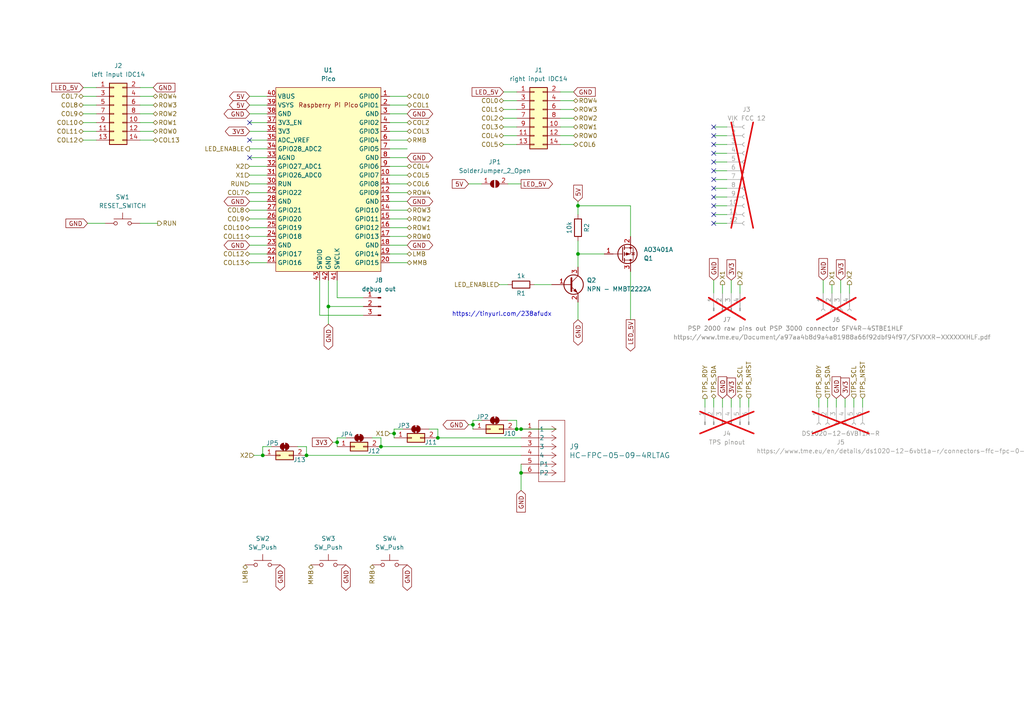
<source format=kicad_sch>
(kicad_sch (version 20231120) (generator "eeschema") (generator_version "8.0")
  (paper "A4")
  (lib_symbols
    (symbol "Connector:Conn_01x03_Pin" (pin_names (offset 1.016) hide)
      (property "Reference" "J" (at 0 5.08 0))
      (property "Value" "Conn_01x03_Pin" (at 0 -5.08 0))
      (symbol "Conn_01x03_Pin_1_1"
        (polyline (pts (xy 1.27 -2.54) (xy 0.8636 -2.54)) (stroke (width 0.1524)))
        (polyline (pts (xy 1.27 0) (xy 0.8636 0)) (stroke (width 0.1524)))
        (polyline (pts (xy 1.27 2.54) (xy 0.8636 2.54)) (stroke (width 0.1524)))
        (rectangle (start 0.8636 -2.413) (end 0 -2.667) (stroke (width 0.1524)) (fill (type outline)))
        (rectangle (start 0.8636 0.127) (end 0 -0.127) (stroke (width 0.1524)) (fill (type outline)))
        (rectangle (start 0.8636 2.667) (end 0 2.413) (stroke (width 0.1524)) (fill (type outline)))
        (pin passive line (at 5.08 2.54 180) (length 3.81) (name "Pin_1") (number "1"))
        (pin passive line (at 5.08 0 180) (length 3.81) (name "Pin_2") (number "2"))
        (pin passive line (at 5.08 -2.54 180) (length 3.81) (name "Pin_3") (number "3"))
      )
    )
    (symbol "Connector:Conn_01x04_Pin" (pin_names (offset 1.016) hide)
      (property "Reference" "J" (at 0 5.08 0))
      (property "Value" "Conn_01x04_Pin" (at 0 -7.62 0))
      (symbol "Conn_01x04_Pin_1_1"
        (polyline (pts (xy 1.27 -5.08) (xy 0.8636 -5.08)) (stroke (width 0.1524)))
        (polyline (pts (xy 1.27 -2.54) (xy 0.8636 -2.54)) (stroke (width 0.1524)))
        (polyline (pts (xy 1.27 0) (xy 0.8636 0)) (stroke (width 0.1524)))
        (polyline (pts (xy 1.27 2.54) (xy 0.8636 2.54)) (stroke (width 0.1524)))
        (rectangle (start 0.8636 -4.953) (end 0 -5.207) (stroke (width 0.1524)) (fill (type outline)))
        (rectangle (start 0.8636 -2.413) (end 0 -2.667) (stroke (width 0.1524)) (fill (type outline)))
        (rectangle (start 0.8636 0.127) (end 0 -0.127) (stroke (width 0.1524)) (fill (type outline)))
        (rectangle (start 0.8636 2.667) (end 0 2.413) (stroke (width 0.1524)) (fill (type outline)))
        (pin passive line (at 5.08 2.54 180) (length 3.81) (name "Pin_1") (number "1"))
        (pin passive line (at 5.08 0 180) (length 3.81) (name "Pin_2") (number "2"))
        (pin passive line (at 5.08 -2.54 180) (length 3.81) (name "Pin_3") (number "3"))
        (pin passive line (at 5.08 -5.08 180) (length 3.81) (name "Pin_4") (number "4"))
      )
    )
    (symbol "Connector:Conn_01x04_Socket" (pin_names (offset 1.016) hide)
      (property "Reference" "J" (at 0 5.08 0))
      (property "Value" "Conn_01x04_Socket" (at 0 -7.62 0))
      (symbol "Conn_01x04_Socket_1_1"
        (arc (start 0 -4.572) (mid -0.5058 -5.08) (end 0 -5.588) (stroke (width 0.1524)))
        (arc (start 0 -2.032) (mid -0.5058 -2.54) (end 0 -3.048) (stroke (width 0.1524)))
        (polyline (pts (xy -1.27 -5.08) (xy -0.508 -5.08)) (stroke (width 0.1524)))
        (polyline (pts (xy -1.27 -2.54) (xy -0.508 -2.54)) (stroke (width 0.1524)))
        (polyline (pts (xy -1.27 0) (xy -0.508 0)) (stroke (width 0.1524)))
        (polyline (pts (xy -1.27 2.54) (xy -0.508 2.54)) (stroke (width 0.1524)))
        (arc (start 0 0.508) (mid -0.5058 0) (end 0 -0.508) (stroke (width 0.1524)))
        (arc (start 0 3.048) (mid -0.5058 2.54) (end 0 2.032) (stroke (width 0.1524)))
        (pin passive line (at -5.08 2.54 0) (length 3.81) (name "Pin_1") (number "1"))
        (pin passive line (at -5.08 0 0) (length 3.81) (name "Pin_2") (number "2"))
        (pin passive line (at -5.08 -2.54 0) (length 3.81) (name "Pin_3") (number "3"))
        (pin passive line (at -5.08 -5.08 0) (length 3.81) (name "Pin_4") (number "4"))
      )
    )
    (symbol "Connector:Conn_01x06_Pin" (pin_names (offset 1.016) hide)
      (property "Reference" "J" (at 0 7.62 0))
      (property "Value" "Conn_01x06_Pin" (at 0 -10.16 0))
      (symbol "Conn_01x06_Pin_1_1"
        (polyline (pts (xy 1.27 -7.62) (xy 0.8636 -7.62)) (stroke (width 0.1524)))
        (polyline (pts (xy 1.27 -5.08) (xy 0.8636 -5.08)) (stroke (width 0.1524)))
        (polyline (pts (xy 1.27 -2.54) (xy 0.8636 -2.54)) (stroke (width 0.1524)))
        (polyline (pts (xy 1.27 0) (xy 0.8636 0)) (stroke (width 0.1524)))
        (polyline (pts (xy 1.27 2.54) (xy 0.8636 2.54)) (stroke (width 0.1524)))
        (polyline (pts (xy 1.27 5.08) (xy 0.8636 5.08)) (stroke (width 0.1524)))
        (rectangle (start 0.8636 -7.493) (end 0 -7.747) (stroke (width 0.1524)) (fill (type outline)))
        (rectangle (start 0.8636 -4.953) (end 0 -5.207) (stroke (width 0.1524)) (fill (type outline)))
        (rectangle (start 0.8636 -2.413) (end 0 -2.667) (stroke (width 0.1524)) (fill (type outline)))
        (rectangle (start 0.8636 0.127) (end 0 -0.127) (stroke (width 0.1524)) (fill (type outline)))
        (rectangle (start 0.8636 2.667) (end 0 2.413) (stroke (width 0.1524)) (fill (type outline)))
        (rectangle (start 0.8636 5.207) (end 0 4.953) (stroke (width 0.1524)) (fill (type outline)))
        (pin passive line (at 5.08 5.08 180) (length 3.81) (name "Pin_1") (number "1"))
        (pin passive line (at 5.08 2.54 180) (length 3.81) (name "Pin_2") (number "2"))
        (pin passive line (at 5.08 0 180) (length 3.81) (name "Pin_3") (number "3"))
        (pin passive line (at 5.08 -2.54 180) (length 3.81) (name "Pin_4") (number "4"))
        (pin passive line (at 5.08 -5.08 180) (length 3.81) (name "Pin_5") (number "5"))
        (pin passive line (at 5.08 -7.62 180) (length 3.81) (name "Pin_6") (number "6"))
      )
    )
    (symbol "Connector:Conn_01x06_Socket" (pin_names (offset 1.016) hide)
      (property "Reference" "J" (at 0 7.62 0))
      (property "Value" "Conn_01x06_Socket" (at 0 -10.16 0))
      (symbol "Conn_01x06_Socket_1_1"
        (arc (start 0 -7.112) (mid -0.5058 -7.62) (end 0 -8.128) (stroke (width 0.1524)))
        (arc (start 0 -4.572) (mid -0.5058 -5.08) (end 0 -5.588) (stroke (width 0.1524)))
        (arc (start 0 -2.032) (mid -0.5058 -2.54) (end 0 -3.048) (stroke (width 0.1524)))
        (polyline (pts (xy -1.27 -7.62) (xy -0.508 -7.62)) (stroke (width 0.1524)))
        (polyline (pts (xy -1.27 -5.08) (xy -0.508 -5.08)) (stroke (width 0.1524)))
        (polyline (pts (xy -1.27 -2.54) (xy -0.508 -2.54)) (stroke (width 0.1524)))
        (polyline (pts (xy -1.27 0) (xy -0.508 0)) (stroke (width 0.1524)))
        (polyline (pts (xy -1.27 2.54) (xy -0.508 2.54)) (stroke (width 0.1524)))
        (polyline (pts (xy -1.27 5.08) (xy -0.508 5.08)) (stroke (width 0.1524)))
        (arc (start 0 0.508) (mid -0.5058 0) (end 0 -0.508) (stroke (width 0.1524)))
        (arc (start 0 3.048) (mid -0.5058 2.54) (end 0 2.032) (stroke (width 0.1524)))
        (arc (start 0 5.588) (mid -0.5058 5.08) (end 0 4.572) (stroke (width 0.1524)))
        (pin passive line (at -5.08 5.08 0) (length 3.81) (name "Pin_1") (number "1"))
        (pin passive line (at -5.08 2.54 0) (length 3.81) (name "Pin_2") (number "2"))
        (pin passive line (at -5.08 0 0) (length 3.81) (name "Pin_3") (number "3"))
        (pin passive line (at -5.08 -2.54 0) (length 3.81) (name "Pin_4") (number "4"))
        (pin passive line (at -5.08 -5.08 0) (length 3.81) (name "Pin_5") (number "5"))
        (pin passive line (at -5.08 -7.62 0) (length 3.81) (name "Pin_6") (number "6"))
      )
    )
    (symbol "Connector:Conn_01x12_Socket" (pin_names (offset 1.016) hide)
      (property "Reference" "J" (at 0 15.24 0))
      (property "Value" "Conn_01x12_Socket" (at 0 -17.78 0))
      (symbol "Conn_01x12_Socket_1_1"
        (arc (start 0 -14.732) (mid -0.5058 -15.24) (end 0 -15.748) (stroke (width 0.1524)))
        (arc (start 0 -12.192) (mid -0.5058 -12.7) (end 0 -13.208) (stroke (width 0.1524)))
        (arc (start 0 -9.652) (mid -0.5058 -10.16) (end 0 -10.668) (stroke (width 0.1524)))
        (arc (start 0 -7.112) (mid -0.5058 -7.62) (end 0 -8.128) (stroke (width 0.1524)))
        (arc (start 0 -4.572) (mid -0.5058 -5.08) (end 0 -5.588) (stroke (width 0.1524)))
        (arc (start 0 -2.032) (mid -0.5058 -2.54) (end 0 -3.048) (stroke (width 0.1524)))
        (polyline (pts (xy -1.27 -15.24) (xy -0.508 -15.24)) (stroke (width 0.1524)))
        (polyline (pts (xy -1.27 -12.7) (xy -0.508 -12.7)) (stroke (width 0.1524)))
        (polyline (pts (xy -1.27 -10.16) (xy -0.508 -10.16)) (stroke (width 0.1524)))
        (polyline (pts (xy -1.27 -7.62) (xy -0.508 -7.62)) (stroke (width 0.1524)))
        (polyline (pts (xy -1.27 -5.08) (xy -0.508 -5.08)) (stroke (width 0.1524)))
        (polyline (pts (xy -1.27 -2.54) (xy -0.508 -2.54)) (stroke (width 0.1524)))
        (polyline (pts (xy -1.27 0) (xy -0.508 0)) (stroke (width 0.1524)))
        (polyline (pts (xy -1.27 2.54) (xy -0.508 2.54)) (stroke (width 0.1524)))
        (polyline (pts (xy -1.27 5.08) (xy -0.508 5.08)) (stroke (width 0.1524)))
        (polyline (pts (xy -1.27 7.62) (xy -0.508 7.62)) (stroke (width 0.1524)))
        (polyline (pts (xy -1.27 10.16) (xy -0.508 10.16)) (stroke (width 0.1524)))
        (polyline (pts (xy -1.27 12.7) (xy -0.508 12.7)) (stroke (width 0.1524)))
        (arc (start 0 0.508) (mid -0.5058 0) (end 0 -0.508) (stroke (width 0.1524)))
        (arc (start 0 3.048) (mid -0.5058 2.54) (end 0 2.032) (stroke (width 0.1524)))
        (arc (start 0 5.588) (mid -0.5058 5.08) (end 0 4.572) (stroke (width 0.1524)))
        (arc (start 0 8.128) (mid -0.5058 7.62) (end 0 7.112) (stroke (width 0.1524)))
        (arc (start 0 10.668) (mid -0.5058 10.16) (end 0 9.652) (stroke (width 0.1524)))
        (arc (start 0 13.208) (mid -0.5058 12.7) (end 0 12.192) (stroke (width 0.1524)))
        (pin passive line (at -5.08 12.7 0) (length 3.81) (name "Pin_1") (number "1"))
        (pin passive line (at -5.08 -10.16 0) (length 3.81) (name "Pin_10") (number "10"))
        (pin passive line (at -5.08 -12.7 0) (length 3.81) (name "Pin_11") (number "11"))
        (pin passive line (at -5.08 -15.24 0) (length 3.81) (name "Pin_12") (number "12"))
        (pin passive line (at -5.08 10.16 0) (length 3.81) (name "Pin_2") (number "2"))
        (pin passive line (at -5.08 7.62 0) (length 3.81) (name "Pin_3") (number "3"))
        (pin passive line (at -5.08 5.08 0) (length 3.81) (name "Pin_4") (number "4"))
        (pin passive line (at -5.08 2.54 0) (length 3.81) (name "Pin_5") (number "5"))
        (pin passive line (at -5.08 0 0) (length 3.81) (name "Pin_6") (number "6"))
        (pin passive line (at -5.08 -2.54 0) (length 3.81) (name "Pin_7") (number "7"))
        (pin passive line (at -5.08 -5.08 0) (length 3.81) (name "Pin_8") (number "8"))
        (pin passive line (at -5.08 -7.62 0) (length 3.81) (name "Pin_9") (number "9"))
      )
    )
    (symbol "Connector_Generic:Conn_02x01" (pin_names (offset 1.016) hide)
      (property "Reference" "J" (at 1.27 2.54 0))
      (property "Value" "Conn_02x01" (at 1.27 -2.54 0))
      (symbol "Conn_02x01_1_1"
        (rectangle (start -1.27 0.127) (end 0 -0.127) (stroke (width 0.1524)))
        (rectangle (start -1.27 1.27) (end 3.81 -1.27) (stroke (width 0.254)) (fill (type background)))
        (rectangle (start 3.81 0.127) (end 2.54 -0.127) (stroke (width 0.1524)))
        (pin passive line (at -5.08 0 0) (length 3.81) (name "Pin_1") (number "1"))
        (pin passive line (at 7.62 0 180) (length 3.81) (name "Pin_2") (number "2"))
      )
    )
    (symbol "Connector_Generic:Conn_02x07_Odd_Even" (pin_names (offset 1.016) hide)
      (property "Reference" "J" (at 1.27 10.16 0))
      (property "Value" "Conn_02x07_Odd_Even" (at 1.27 -10.16 0))
      (symbol "Conn_02x07_Odd_Even_1_1"
        (rectangle (start -1.27 -7.493) (end 0 -7.747) (stroke (width 0.1524)))
        (rectangle (start -1.27 -4.953) (end 0 -5.207) (stroke (width 0.1524)))
        (rectangle (start -1.27 -2.413) (end 0 -2.667) (stroke (width 0.1524)))
        (rectangle (start -1.27 0.127) (end 0 -0.127) (stroke (width 0.1524)))
        (rectangle (start -1.27 2.667) (end 0 2.413) (stroke (width 0.1524)))
        (rectangle (start -1.27 5.207) (end 0 4.953) (stroke (width 0.1524)))
        (rectangle (start -1.27 7.747) (end 0 7.493) (stroke (width 0.1524)))
        (rectangle (start -1.27 8.89) (end 3.81 -8.89) (stroke (width 0.254)) (fill (type background)))
        (rectangle (start 3.81 -7.493) (end 2.54 -7.747) (stroke (width 0.1524)))
        (rectangle (start 3.81 -4.953) (end 2.54 -5.207) (stroke (width 0.1524)))
        (rectangle (start 3.81 -2.413) (end 2.54 -2.667) (stroke (width 0.1524)))
        (rectangle (start 3.81 0.127) (end 2.54 -0.127) (stroke (width 0.1524)))
        (rectangle (start 3.81 2.667) (end 2.54 2.413) (stroke (width 0.1524)))
        (rectangle (start 3.81 5.207) (end 2.54 4.953) (stroke (width 0.1524)))
        (rectangle (start 3.81 7.747) (end 2.54 7.493) (stroke (width 0.1524)))
        (pin passive line (at -5.08 7.62 0) (length 3.81) (name "Pin_1") (number "1"))
        (pin passive line (at 7.62 -2.54 180) (length 3.81) (name "Pin_10") (number "10"))
        (pin passive line (at -5.08 -5.08 0) (length 3.81) (name "Pin_11") (number "11"))
        (pin passive line (at 7.62 -5.08 180) (length 3.81) (name "Pin_12") (number "12"))
        (pin passive line (at -5.08 -7.62 0) (length 3.81) (name "Pin_13") (number "13"))
        (pin passive line (at 7.62 -7.62 180) (length 3.81) (name "Pin_14") (number "14"))
        (pin passive line (at 7.62 7.62 180) (length 3.81) (name "Pin_2") (number "2"))
        (pin passive line (at -5.08 5.08 0) (length 3.81) (name "Pin_3") (number "3"))
        (pin passive line (at 7.62 5.08 180) (length 3.81) (name "Pin_4") (number "4"))
        (pin passive line (at -5.08 2.54 0) (length 3.81) (name "Pin_5") (number "5"))
        (pin passive line (at 7.62 2.54 180) (length 3.81) (name "Pin_6") (number "6"))
        (pin passive line (at -5.08 0 0) (length 3.81) (name "Pin_7") (number "7"))
        (pin passive line (at 7.62 0 180) (length 3.81) (name "Pin_8") (number "8"))
        (pin passive line (at -5.08 -2.54 0) (length 3.81) (name "Pin_9") (number "9"))
      )
    )
    (symbol "Device:Q_NPN_BEC" (pin_names (offset 0) hide)
      (property "Reference" "Q" (at 5.08 1.27 0))
      (property "Value" "Q_NPN_BEC" (at 5.08 -1.27 0))
      (symbol "Q_NPN_BEC_0_1"
        (polyline (pts (xy 0.635 0.635) (xy 2.54 2.54)))
        (polyline (pts (xy 0.635 -0.635) (xy 2.54 -2.54) (xy 2.54 -2.54)))
        (polyline (pts (xy 0.635 1.905) (xy 0.635 -1.905) (xy 0.635 -1.905)) (stroke (width 0.508)))
        (polyline (pts (xy 1.27 -1.778) (xy 1.778 -1.27) (xy 2.286 -2.286) (xy 1.27 -1.778) (xy 1.27 -1.778)) (fill (type outline)))
        (circle (center 1.27 0) (radius 2.8194) (stroke (width 0.254)))
      )
      (symbol "Q_NPN_BEC_1_1"
        (pin input line (at -5.08 0 0) (length 5.715) (name "B") (number "1"))
        (pin passive line (at 2.54 -5.08 90) (length 2.54) (name "E") (number "2"))
        (pin passive line (at 2.54 5.08 270) (length 2.54) (name "C") (number "3"))
      )
    )
    (symbol "Device:R" (pin_numbers hide) (pin_names (offset 0))
      (property "Reference" "R" (at 2.032 0 90))
      (property "Value" "R" (at 0 0 90))
      (symbol "R_0_1"
        (rectangle (start -1.016 -2.54) (end 1.016 2.54) (stroke (width 0.254)))
      )
      (symbol "R_1_1"
        (pin passive line (at 0 3.81 270) (length 1.27) (name "~") (number "1"))
        (pin passive line (at 0 -3.81 90) (length 1.27) (name "~") (number "2"))
      )
    )
    (symbol "Jumper:SolderJumper_2_Bridged" (pin_numbers hide) (pin_names (offset 0) hide) (exclude_from_sim yes) (in_bom no)
      (property "Reference" "JP" (at 0 2.032 0))
      (property "Value" "SolderJumper_2_Bridged" (at 0 -2.54 0))
      (symbol "SolderJumper_2_Bridged_0_1"
        (rectangle (start -0.508 0.508) (end 0.508 -0.508) (fill (type outline)))
        (arc (start -0.254 1.016) (mid -1.2656 0) (end -0.254 -1.016))
        (arc (start -0.254 1.016) (mid -1.2656 0) (end -0.254 -1.016) (fill (type outline)))
        (polyline (pts (xy -0.254 1.016) (xy -0.254 -1.016)))
        (polyline (pts (xy 0.254 1.016) (xy 0.254 -1.016)))
        (arc (start 0.254 -1.016) (mid 1.2656 0) (end 0.254 1.016))
        (arc (start 0.254 -1.016) (mid 1.2656 0) (end 0.254 1.016) (fill (type outline)))
      )
      (symbol "SolderJumper_2_Bridged_1_1"
        (pin passive line (at -3.81 0 0) (length 2.54) (name "A") (number "1"))
        (pin passive line (at 3.81 0 180) (length 2.54) (name "B") (number "2"))
      )
    )
    (symbol "Jumper:SolderJumper_2_Open" (pin_names (offset 0) hide)
      (property "Reference" "JP" (at 0 2.032 0))
      (property "Value" "SolderJumper_2_Open" (at 0 -2.54 0))
      (symbol "SolderJumper_2_Open_0_1"
        (arc (start -0.254 1.016) (mid -1.2656 0) (end -0.254 -1.016))
        (arc (start -0.254 1.016) (mid -1.2656 0) (end -0.254 -1.016) (fill (type outline)))
        (polyline (pts (xy -0.254 1.016) (xy -0.254 -1.016)))
        (polyline (pts (xy 0.254 1.016) (xy 0.254 -1.016)))
        (arc (start 0.254 -1.016) (mid 1.2656 0) (end 0.254 1.016))
        (arc (start 0.254 -1.016) (mid 1.2656 0) (end 0.254 1.016) (fill (type outline)))
      )
      (symbol "SolderJumper_2_Open_1_1"
        (pin passive line (at -3.81 0 0) (length 2.54) (name "A") (number "1"))
        (pin passive line (at 3.81 0 180) (length 2.54) (name "B") (number "2"))
      )
    )
    (symbol "MCU_RaspberryPi_and_Boards:Pico"
      (property "Reference" "U" (at -13.97 27.94 0))
      (property "Value" "Pico" (at 0 19.05 0))
      (symbol "Pico_0_0"
        (text "Raspberry Pi Pico" (at 0 21.59 0) (effects (font (size 1.27 1.27))))
      )
      (symbol "Pico_0_1"
        (rectangle (start -15.24 26.67) (end 15.24 -26.67) (fill (type background)))
      )
      (symbol "Pico_1_1"
        (pin bidirectional line (at -17.78 24.13 0) (length 2.54) (name "GPIO0") (number "1"))
        (pin bidirectional line (at -17.78 1.27 0) (length 2.54) (name "GPIO7") (number "10"))
        (pin bidirectional line (at -17.78 -1.27 0) (length 2.54) (name "GPIO8") (number "11"))
        (pin bidirectional line (at -17.78 -3.81 0) (length 2.54) (name "GPIO9") (number "12"))
        (pin power_in line (at -17.78 -6.35 0) (length 2.54) (name "GND") (number "13"))
        (pin bidirectional line (at -17.78 -8.89 0) (length 2.54) (name "GPIO10") (number "14"))
        (pin bidirectional line (at -17.78 -11.43 0) (length 2.54) (name "GPIO11") (number "15"))
        (pin bidirectional line (at -17.78 -13.97 0) (length 2.54) (name "GPIO12") (number "16"))
        (pin bidirectional line (at -17.78 -16.51 0) (length 2.54) (name "GPIO13") (number "17"))
        (pin power_in line (at -17.78 -19.05 0) (length 2.54) (name "GND") (number "18"))
        (pin bidirectional line (at -17.78 -21.59 0) (length 2.54) (name "GPIO14") (number "19"))
        (pin bidirectional line (at -17.78 21.59 0) (length 2.54) (name "GPIO1") (number "2"))
        (pin bidirectional line (at -17.78 -24.13 0) (length 2.54) (name "GPIO15") (number "20"))
        (pin bidirectional line (at 17.78 -24.13 180) (length 2.54) (name "GPIO16") (number "21"))
        (pin bidirectional line (at 17.78 -21.59 180) (length 2.54) (name "GPIO17") (number "22"))
        (pin power_in line (at 17.78 -19.05 180) (length 2.54) (name "GND") (number "23"))
        (pin bidirectional line (at 17.78 -16.51 180) (length 2.54) (name "GPIO18") (number "24"))
        (pin bidirectional line (at 17.78 -13.97 180) (length 2.54) (name "GPIO19") (number "25"))
        (pin bidirectional line (at 17.78 -11.43 180) (length 2.54) (name "GPIO20") (number "26"))
        (pin bidirectional line (at 17.78 -8.89 180) (length 2.54) (name "GPIO21") (number "27"))
        (pin power_in line (at 17.78 -6.35 180) (length 2.54) (name "GND") (number "28"))
        (pin bidirectional line (at 17.78 -3.81 180) (length 2.54) (name "GPIO22") (number "29"))
        (pin power_in line (at -17.78 19.05 0) (length 2.54) (name "GND") (number "3"))
        (pin input line (at 17.78 -1.27 180) (length 2.54) (name "RUN") (number "30"))
        (pin bidirectional line (at 17.78 1.27 180) (length 2.54) (name "GPIO26_ADC0") (number "31"))
        (pin bidirectional line (at 17.78 3.81 180) (length 2.54) (name "GPIO27_ADC1") (number "32"))
        (pin power_in line (at 17.78 6.35 180) (length 2.54) (name "AGND") (number "33"))
        (pin bidirectional line (at 17.78 8.89 180) (length 2.54) (name "GPIO28_ADC2") (number "34"))
        (pin power_in line (at 17.78 11.43 180) (length 2.54) (name "ADC_VREF") (number "35"))
        (pin power_in line (at 17.78 13.97 180) (length 2.54) (name "3V3") (number "36"))
        (pin input line (at 17.78 16.51 180) (length 2.54) (name "3V3_EN") (number "37"))
        (pin bidirectional line (at 17.78 19.05 180) (length 2.54) (name "GND") (number "38"))
        (pin power_in line (at 17.78 21.59 180) (length 2.54) (name "VSYS") (number "39"))
        (pin bidirectional line (at -17.78 16.51 0) (length 2.54) (name "GPIO2") (number "4"))
        (pin power_in line (at 17.78 24.13 180) (length 2.54) (name "VBUS") (number "40"))
        (pin input line (at -2.54 -29.21 90) (length 2.54) (name "SWCLK") (number "41"))
        (pin power_in line (at 0 -29.21 90) (length 2.54) (name "GND") (number "42"))
        (pin bidirectional line (at 2.54 -29.21 90) (length 2.54) (name "SWDIO") (number "43"))
        (pin bidirectional line (at -17.78 13.97 0) (length 2.54) (name "GPIO3") (number "5"))
        (pin bidirectional line (at -17.78 11.43 0) (length 2.54) (name "GPIO4") (number "6"))
        (pin bidirectional line (at -17.78 8.89 0) (length 2.54) (name "GPIO5") (number "7"))
        (pin power_in line (at -17.78 6.35 0) (length 2.54) (name "GND") (number "8"))
        (pin bidirectional line (at -17.78 3.81 0) (length 2.54) (name "GPIO6") (number "9"))
      )
    )
    (symbol "Switch:SW_Push" (pin_numbers hide) (pin_names (offset 1.016) hide)
      (property "Reference" "SW" (at 1.27 2.54 0))
      (property "Value" "SW_Push" (at 0 -1.524 0))
      (symbol "SW_Push_0_1"
        (circle (center -2.032 0) (radius 0.508))
        (polyline (pts (xy 0 1.27) (xy 0 3.048)))
        (polyline (pts (xy 2.54 1.27) (xy -2.54 1.27)))
        (circle (center 2.032 0) (radius 0.508))
        (pin passive line (at -5.08 0 0) (length 2.54) (name "1") (number "1"))
        (pin passive line (at 5.08 0 180) (length 2.54) (name "2") (number "2"))
      )
    )
    (symbol "Transistor_FET:AO3401A" (pin_names hide)
      (property "Reference" "Q" (at 5.08 1.905 0))
      (property "Value" "AO3401A" (at 5.08 0 0))
      (symbol "AO3401A_0_1"
        (polyline (pts (xy 0.254 0) (xy -2.54 0)))
        (polyline (pts (xy 0.254 1.905) (xy 0.254 -1.905)) (stroke (width 0.254)))
        (polyline (pts (xy 0.762 -1.27) (xy 0.762 -2.286)) (stroke (width 0.254)))
        (polyline (pts (xy 0.762 0.508) (xy 0.762 -0.508)) (stroke (width 0.254)))
        (polyline (pts (xy 0.762 2.286) (xy 0.762 1.27)) (stroke (width 0.254)))
        (polyline (pts (xy 2.54 2.54) (xy 2.54 1.778)))
        (polyline (pts (xy 2.54 -2.54) (xy 2.54 0) (xy 0.762 0)))
        (polyline (pts (xy 0.762 1.778) (xy 3.302 1.778) (xy 3.302 -1.778) (xy 0.762 -1.778)))
        (polyline (pts (xy 2.286 0) (xy 1.27 0.381) (xy 1.27 -0.381) (xy 2.286 0)) (fill (type outline)))
        (polyline (pts (xy 2.794 -0.508) (xy 2.921 -0.381) (xy 3.683 -0.381) (xy 3.81 -0.254)))
        (polyline (pts (xy 3.302 -0.381) (xy 2.921 0.254) (xy 3.683 0.254) (xy 3.302 -0.381)))
        (circle (center 1.651 0) (radius 2.794) (stroke (width 0.254)))
        (circle (center 2.54 -1.778) (radius 0.254) (fill (type outline)))
        (circle (center 2.54 1.778) (radius 0.254) (fill (type outline)))
      )
      (symbol "AO3401A_1_1"
        (pin input line (at -5.08 0 0) (length 2.54) (name "G") (number "1"))
        (pin passive line (at 2.54 -5.08 90) (length 2.54) (name "S") (number "2"))
        (pin passive line (at 2.54 5.08 270) (length 2.54) (name "D") (number "3"))
      )
    )
    (symbol "revolt_symbols:522710469" (pin_names (offset 0.254))
      (property "Reference" "J" (at 8.89 6.35 0))
      (property "Value" "522710469" (at -0.254 6.35 0))
      (symbol "522710469_1_1"
        (polyline (pts (xy 5.08 -15.24) (xy 12.7 -15.24)) (stroke (width 0.127)))
        (polyline (pts (xy 5.08 2.54) (xy 5.08 -15.24)) (stroke (width 0.127)))
        (polyline (pts (xy 10.16 -12.7) (xy 5.08 -12.7)) (stroke (width 0.127)))
        (polyline (pts (xy 10.16 -12.7) (xy 8.89 -13.5467)) (stroke (width 0.127)))
        (polyline (pts (xy 10.16 -12.7) (xy 8.89 -11.8533)) (stroke (width 0.127)))
        (polyline (pts (xy 10.16 -10.16) (xy 5.08 -10.16)) (stroke (width 0.127)))
        (polyline (pts (xy 10.16 -10.16) (xy 8.89 -11.0067)) (stroke (width 0.127)))
        (polyline (pts (xy 10.16 -10.16) (xy 8.89 -9.3133)) (stroke (width 0.127)))
        (polyline (pts (xy 10.16 -7.62) (xy 5.08 -7.62)) (stroke (width 0.127)))
        (polyline (pts (xy 10.16 -7.62) (xy 8.89 -8.4667)) (stroke (width 0.127)))
        (polyline (pts (xy 10.16 -7.62) (xy 8.89 -6.7733)) (stroke (width 0.127)))
        (polyline (pts (xy 10.16 -5.08) (xy 5.08 -5.08)) (stroke (width 0.127)))
        (polyline (pts (xy 10.16 -5.08) (xy 8.89 -5.9267)) (stroke (width 0.127)))
        (polyline (pts (xy 10.16 -5.08) (xy 8.89 -4.2333)) (stroke (width 0.127)))
        (polyline (pts (xy 10.16 -2.54) (xy 5.08 -2.54)) (stroke (width 0.127)))
        (polyline (pts (xy 10.16 -2.54) (xy 8.89 -3.3867)) (stroke (width 0.127)))
        (polyline (pts (xy 10.16 -2.54) (xy 8.89 -1.6933)) (stroke (width 0.127)))
        (polyline (pts (xy 10.16 0) (xy 5.08 0)) (stroke (width 0.127)))
        (polyline (pts (xy 10.16 0) (xy 8.89 -0.8467)) (stroke (width 0.127)))
        (polyline (pts (xy 10.16 0) (xy 8.89 0.8467)) (stroke (width 0.127)))
        (polyline (pts (xy 12.7 -15.24) (xy 12.7 2.54)) (stroke (width 0.127)))
        (polyline (pts (xy 12.7 2.54) (xy 5.08 2.54)) (stroke (width 0.127)))
        (pin unspecified line (at 0 0 0) (length 5.08) (name "1") (number "1"))
        (pin unspecified line (at 0 -2.54 0) (length 5.08) (name "2") (number "2"))
        (pin unspecified line (at 0 -5.08 0) (length 5.08) (name "3") (number "3"))
        (pin unspecified line (at 0 -7.62 0) (length 5.08) (name "4") (number "4"))
        (pin unspecified line (at 0 -10.16 0) (length 5.08) (name "P1") (number "5"))
        (pin unspecified line (at 0 -12.7 0) (length 5.08) (name "P2") (number "6"))
      )
      (symbol "522710469_1_2"
        (polyline (pts (xy 5.08 -15.24) (xy 12.7 -15.24)) (stroke (width 0.127)))
        (polyline (pts (xy 5.08 2.54) (xy 5.08 -15.24)) (stroke (width 0.127)))
        (polyline (pts (xy 7.62 -12.7) (xy 5.08 -12.7)) (stroke (width 0.127)))
        (polyline (pts (xy 7.62 -12.7) (xy 8.89 -13.5467)) (stroke (width 0.127)))
        (polyline (pts (xy 7.62 -12.7) (xy 8.89 -11.8533)) (stroke (width 0.127)))
        (polyline (pts (xy 7.62 -10.16) (xy 5.08 -10.16)) (stroke (width 0.127)))
        (polyline (pts (xy 7.62 -10.16) (xy 8.89 -11.0067)) (stroke (width 0.127)))
        (polyline (pts (xy 7.62 -10.16) (xy 8.89 -9.3133)) (stroke (width 0.127)))
        (polyline (pts (xy 7.62 -7.62) (xy 5.08 -7.62)) (stroke (width 0.127)))
        (polyline (pts (xy 7.62 -7.62) (xy 8.89 -8.4667)) (stroke (width 0.127)))
        (polyline (pts (xy 7.62 -7.62) (xy 8.89 -6.7733)) (stroke (width 0.127)))
        (polyline (pts (xy 7.62 -5.08) (xy 5.08 -5.08)) (stroke (width 0.127)))
        (polyline (pts (xy 7.62 -5.08) (xy 8.89 -5.9267)) (stroke (width 0.127)))
        (polyline (pts (xy 7.62 -5.08) (xy 8.89 -4.2333)) (stroke (width 0.127)))
        (polyline (pts (xy 7.62 -2.54) (xy 5.08 -2.54)) (stroke (width 0.127)))
        (polyline (pts (xy 7.62 -2.54) (xy 8.89 -3.3867)) (stroke (width 0.127)))
        (polyline (pts (xy 7.62 -2.54) (xy 8.89 -1.6933)) (stroke (width 0.127)))
        (polyline (pts (xy 7.62 0) (xy 5.08 0)) (stroke (width 0.127)))
        (polyline (pts (xy 7.62 0) (xy 8.89 -0.8467)) (stroke (width 0.127)))
        (polyline (pts (xy 7.62 0) (xy 8.89 0.8467)) (stroke (width 0.127)))
        (polyline (pts (xy 12.7 -15.24) (xy 12.7 2.54)) (stroke (width 0.127)))
        (polyline (pts (xy 12.7 2.54) (xy 5.08 2.54)) (stroke (width 0.127)))
        (pin unspecified line (at 0 0 0) (length 5.08) (name "1") (number "1"))
        (pin unspecified line (at 0 -2.54 0) (length 5.08) (name "2") (number "2"))
        (pin unspecified line (at 0 -5.08 0) (length 5.08) (name "3") (number "3"))
        (pin unspecified line (at 0 -7.62 0) (length 5.08) (name "4") (number "4"))
        (pin unspecified line (at 0 -10.16 0) (length 5.08) (name "P1") (number "P1"))
        (pin unspecified line (at 0 -12.7 0) (length 5.08) (name "P2") (number "P2"))
      )
    )
  )
  (junction (at 149.86 124.46))
  (junction (at 76.2 132.08))
  (junction (at 167.64 73.66))
  (junction (at 137.16 123.19))
  (junction (at 95.25 88.9))
  (junction (at 97.79 128.27))
  (junction (at 88.9 132.08))
  (junction (at 151.13 137.16))
  (junction (at 110.49 129.54))
  (junction (at 114.3 125.73))
  (junction (at 151.13 124.46))
  (junction (at 127 127))
  (junction (at 167.64 59.69))
  (no_connect (at 72.39 35.56))
  (no_connect (at 207.01 49.53))
  (no_connect (at 72.39 40.64))
  (no_connect (at 72.39 45.72))
  (no_connect (at 207.01 59.69))
  (no_connect (at 207.01 52.07))
  (no_connect (at 207.01 41.91))
  (no_connect (at 207.01 39.37))
  (no_connect (at 207.01 54.61))
  (no_connect (at 207.01 46.99))
  (no_connect (at 207.01 44.45))
  (no_connect (at 207.01 36.83))
  (no_connect (at 207.01 57.15))
  (no_connect (at 207.01 64.77))
  (no_connect (at 207.01 62.23))
  (wire (pts (xy 162.56 26.67) (xy 166.37 26.67)))
  (wire (pts (xy 146.05 26.67) (xy 149.86 26.67)))
  (wire (pts (xy 77.47 33.02) (xy 72.39 33.02)))
  (wire (pts (xy 212.09 115.57) (xy 212.09 118.11)))
  (wire (pts (xy 118.11 63.5) (xy 113.03 63.5)))
  (wire (pts (xy 77.47 76.2) (xy 72.39 76.2)))
  (wire (pts (xy 40.64 64.77) (xy 45.72 64.77)))
  (wire (pts (xy 151.13 137.16) (xy 151.13 142.24)))
  (wire (pts (xy 144.78 82.55) (xy 147.32 82.55)))
  (wire (pts (xy 240.03 115.57) (xy 240.03 118.11)))
  (wire (pts (xy 97.79 128.27) (xy 97.79 129.54)))
  (wire (pts (xy 77.47 68.58) (xy 72.39 68.58)))
  (wire (pts (xy 118.11 48.26) (xy 113.03 48.26)))
  (wire (pts (xy 146.05 29.21) (xy 149.86 29.21)))
  (wire (pts (xy 92.71 91.44) (xy 105.41 91.44)))
  (wire (pts (xy 147.32 53.34) (xy 151.13 53.34)))
  (wire (pts (xy 127 127) (xy 151.13 127)))
  (wire (pts (xy 154.94 82.55) (xy 160.02 82.55)))
  (wire (pts (xy 77.47 27.94) (xy 72.39 27.94)))
  (wire (pts (xy 76.2 129.54) (xy 76.2 132.08)))
  (wire (pts (xy 73.66 132.08) (xy 76.2 132.08)))
  (wire (pts (xy 247.65 115.57) (xy 247.65 118.11)))
  (wire (pts (xy 114.3 125.73) (xy 114.3 127)))
  (wire (pts (xy 207.01 41.91) (xy 210.82 41.91)))
  (wire (pts (xy 151.13 134.62) (xy 151.13 137.16)))
  (wire (pts (xy 24.13 35.56) (xy 27.94 35.56)))
  (wire (pts (xy 237.49 115.57) (xy 237.49 118.11)))
  (wire (pts (xy 243.84 81.28) (xy 243.84 85.09)))
  (wire (pts (xy 162.56 29.21) (xy 166.37 29.21)))
  (wire (pts (xy 118.11 30.48) (xy 113.03 30.48)))
  (wire (pts (xy 25.4 64.77) (xy 30.48 64.77)))
  (wire (pts (xy 114.3 125.73) (xy 114.3 124.46)))
  (wire (pts (xy 135.89 123.19) (xy 137.16 123.19)))
  (wire (pts (xy 167.64 87.63) (xy 167.64 92.71)))
  (wire (pts (xy 96.52 128.27) (xy 97.79 128.27)))
  (wire (pts (xy 97.79 86.36) (xy 105.41 86.36)))
  (wire (pts (xy 127 124.46) (xy 127 127)))
  (wire (pts (xy 167.64 58.42) (xy 167.64 59.69)))
  (wire (pts (xy 118.11 68.58) (xy 113.03 68.58)))
  (wire (pts (xy 118.11 43.18) (xy 113.03 43.18)))
  (wire (pts (xy 146.05 39.37) (xy 149.86 39.37)))
  (wire (pts (xy 246.38 82.55) (xy 246.38 85.09)))
  (wire (pts (xy 24.13 40.64) (xy 27.94 40.64)))
  (wire (pts (xy 40.64 27.94) (xy 44.45 27.94)))
  (wire (pts (xy 77.47 45.72) (xy 72.39 45.72)))
  (wire (pts (xy 107.95 127) (xy 110.49 127)))
  (wire (pts (xy 118.11 50.8) (xy 113.03 50.8)))
  (wire (pts (xy 40.64 25.4) (xy 44.45 25.4)))
  (wire (pts (xy 97.79 127) (xy 100.33 127)))
  (wire (pts (xy 77.47 73.66) (xy 72.39 73.66)))
  (wire (pts (xy 92.71 81.28) (xy 92.71 91.44)))
  (wire (pts (xy 242.57 115.57) (xy 242.57 118.11)))
  (wire (pts (xy 162.56 39.37) (xy 166.37 39.37)))
  (wire (pts (xy 137.16 123.19) (xy 137.16 124.46)))
  (wire (pts (xy 214.63 115.57) (xy 214.63 118.11)))
  (wire (pts (xy 88.9 132.08) (xy 151.13 132.08)))
  (wire (pts (xy 146.05 31.75) (xy 149.86 31.75)))
  (wire (pts (xy 24.13 27.94) (xy 27.94 27.94)))
  (wire (pts (xy 162.56 41.91) (xy 166.37 41.91)))
  (wire (pts (xy 137.16 123.19) (xy 137.16 121.92)))
  (wire (pts (xy 77.47 30.48) (xy 72.39 30.48)))
  (wire (pts (xy 207.01 36.83) (xy 210.82 36.83)))
  (wire (pts (xy 114.3 124.46) (xy 116.84 124.46)))
  (wire (pts (xy 162.56 34.29) (xy 166.37 34.29)))
  (wire (pts (xy 207.01 59.69) (xy 210.82 59.69)))
  (wire (pts (xy 118.11 45.72) (xy 113.03 45.72)))
  (wire (pts (xy 161.29 124.46) (xy 151.13 124.46)))
  (wire (pts (xy 77.47 38.1) (xy 72.39 38.1)))
  (wire (pts (xy 212.09 81.28) (xy 212.09 85.09)))
  (wire (pts (xy 207.01 62.23) (xy 210.82 62.23)))
  (wire (pts (xy 207.01 81.28) (xy 207.01 85.09)))
  (wire (pts (xy 40.64 35.56) (xy 44.45 35.56)))
  (wire (pts (xy 110.49 129.54) (xy 151.13 129.54)))
  (wire (pts (xy 95.25 81.28) (xy 95.25 88.9)))
  (wire (pts (xy 118.11 27.94) (xy 113.03 27.94)))
  (wire (pts (xy 167.64 73.66) (xy 167.64 77.47)))
  (wire (pts (xy 209.55 115.57) (xy 209.55 118.11)))
  (wire (pts (xy 118.11 53.34) (xy 113.03 53.34)))
  (wire (pts (xy 124.46 124.46) (xy 127 124.46)))
  (wire (pts (xy 207.01 39.37) (xy 210.82 39.37)))
  (wire (pts (xy 118.11 40.64) (xy 113.03 40.64)))
  (wire (pts (xy 24.13 33.02) (xy 27.94 33.02)))
  (wire (pts (xy 207.01 64.77) (xy 210.82 64.77)))
  (wire (pts (xy 207.01 46.99) (xy 210.82 46.99)))
  (wire (pts (xy 113.03 125.73) (xy 114.3 125.73)))
  (wire (pts (xy 77.47 53.34) (xy 72.39 53.34)))
  (wire (pts (xy 149.86 121.92) (xy 149.86 124.46)))
  (wire (pts (xy 167.64 69.85) (xy 167.64 73.66)))
  (wire (pts (xy 77.47 50.8) (xy 72.39 50.8)))
  (wire (pts (xy 110.49 127) (xy 110.49 129.54)))
  (wire (pts (xy 97.79 81.28) (xy 97.79 86.36)))
  (wire (pts (xy 40.64 33.02) (xy 44.45 33.02)))
  (wire (pts (xy 167.64 59.69) (xy 167.64 62.23)))
  (wire (pts (xy 214.63 82.55) (xy 214.63 85.09)))
  (wire (pts (xy 147.32 121.92) (xy 149.86 121.92)))
  (wire (pts (xy 77.47 66.04) (xy 72.39 66.04)))
  (wire (pts (xy 118.11 58.42) (xy 113.03 58.42)))
  (wire (pts (xy 95.25 88.9) (xy 95.25 93.98)))
  (wire (pts (xy 207.01 44.45) (xy 210.82 44.45)))
  (wire (pts (xy 118.11 73.66) (xy 113.03 73.66)))
  (wire (pts (xy 78.74 129.54) (xy 76.2 129.54)))
  (wire (pts (xy 77.47 40.64) (xy 72.39 40.64)))
  (wire (pts (xy 118.11 33.02) (xy 113.03 33.02)))
  (wire (pts (xy 88.9 129.54) (xy 88.9 132.08)))
  (wire (pts (xy 24.13 25.4) (xy 27.94 25.4)))
  (wire (pts (xy 40.64 30.48) (xy 44.45 30.48)))
  (wire (pts (xy 86.36 129.54) (xy 88.9 129.54)))
  (wire (pts (xy 149.86 124.46) (xy 151.13 124.46)))
  (wire (pts (xy 105.41 88.9) (xy 95.25 88.9)))
  (wire (pts (xy 97.79 128.27) (xy 97.79 127)))
  (wire (pts (xy 241.3 82.55) (xy 241.3 85.09)))
  (wire (pts (xy 209.55 82.55) (xy 209.55 85.09)))
  (wire (pts (xy 245.11 115.57) (xy 245.11 118.11)))
  (wire (pts (xy 77.47 63.5) (xy 72.39 63.5)))
  (wire (pts (xy 40.64 38.1) (xy 44.45 38.1)))
  (wire (pts (xy 77.47 48.26) (xy 72.39 48.26)))
  (wire (pts (xy 167.64 73.66) (xy 175.26 73.66)))
  (wire (pts (xy 24.13 38.1) (xy 27.94 38.1)))
  (wire (pts (xy 77.47 58.42) (xy 72.39 58.42)))
  (wire (pts (xy 182.88 68.58) (xy 182.88 59.69)))
  (wire (pts (xy 207.01 54.61) (xy 210.82 54.61)))
  (wire (pts (xy 146.05 36.83) (xy 149.86 36.83)))
  (wire (pts (xy 118.11 66.04) (xy 113.03 66.04)))
  (wire (pts (xy 77.47 43.18) (xy 72.39 43.18)))
  (wire (pts (xy 217.17 115.57) (xy 217.17 118.11)))
  (wire (pts (xy 182.88 78.74) (xy 182.88 92.71)))
  (wire (pts (xy 40.64 40.64) (xy 44.45 40.64)))
  (wire (pts (xy 162.56 31.75) (xy 166.37 31.75)))
  (wire (pts (xy 250.19 115.57) (xy 250.19 118.11)))
  (wire (pts (xy 118.11 71.12) (xy 113.03 71.12)))
  (wire (pts (xy 207.01 115.57) (xy 207.01 118.11)))
  (wire (pts (xy 135.89 53.34) (xy 139.7 53.34)))
  (wire (pts (xy 118.11 60.96) (xy 113.03 60.96)))
  (wire (pts (xy 207.01 52.07) (xy 210.82 52.07)))
  (wire (pts (xy 137.16 121.92) (xy 139.7 121.92)))
  (wire (pts (xy 182.88 59.69) (xy 167.64 59.69)))
  (wire (pts (xy 238.76 81.28) (xy 238.76 85.09)))
  (wire (pts (xy 162.56 36.83) (xy 166.37 36.83)))
  (wire (pts (xy 77.47 60.96) (xy 72.39 60.96)))
  (wire (pts (xy 207.01 57.15) (xy 210.82 57.15)))
  (wire (pts (xy 118.11 76.2) (xy 113.03 76.2)))
  (wire (pts (xy 204.47 115.57) (xy 204.47 118.11)))
  (wire (pts (xy 77.47 71.12) (xy 72.39 71.12)))
  (wire (pts (xy 146.05 41.91) (xy 149.86 41.91)))
  (wire (pts (xy 118.11 35.56) (xy 113.03 35.56)))
  (wire (pts (xy 118.11 38.1) (xy 113.03 38.1)))
  (wire (pts (xy 24.13 30.48) (xy 27.94 30.48)))
  (wire (pts (xy 77.47 35.56) (xy 72.39 35.56)))
  (wire (pts (xy 207.01 49.53) (xy 210.82 49.53)))
  (wire (pts (xy 77.47 55.88) (xy 72.39 55.88)))
  (wire (pts (xy 118.11 55.88) (xy 113.03 55.88)))
  (wire (pts (xy 146.05 34.29) (xy 149.86 34.29)))
  (text "https://tinyurl.com/238afudx" (at 145.542 91.186 0) (effects (font (size 1.27 1.27))))
  (global_label "5V" (shape input) (at 167.64 58.42 90) (property "Intersheetrefs" "${INTERSHEET_REFS}" (effects (hide yes))))
  (global_label "GND" (shape input) (at 166.37 26.67 0) (property "Intersheetrefs" "${INTERSHEET_REFS}" (effects (hide yes))))
  (global_label "GND" (shape bidirectional) (at 95.25 93.98 270) (property "Intersheetrefs" "${INTERSHEET_REFS}" (effects (hide yes))))
  (global_label "5V" (shape bidirectional) (at 72.39 27.94 180) (property "Intersheetrefs" "${INTERSHEET_REFS}" (effects (hide yes))))
  (global_label "GND" (shape input) (at 151.13 142.24 270) (property "Intersheetrefs" "${INTERSHEET_REFS}" (effects (hide yes))))
  (global_label "GND" (shape bidirectional) (at 135.89 123.19 180) (property "Intersheetrefs" "${INTERSHEET_REFS}" (effects (hide yes))))
  (global_label "3V3" (shape bidirectional) (at 72.39 38.1 180) (property "Intersheetrefs" "${INTERSHEET_REFS}" (effects (hide yes))))
  (global_label "3V3" (shape input) (at 212.09 81.28 90) (property "Intersheetrefs" "${INTERSHEET_REFS}" (effects (hide yes))))
  (global_label "3V3" (shape input) (at 96.52 128.27 180) (property "Intersheetrefs" "${INTERSHEET_REFS}" (effects (hide yes))))
  (global_label "GND" (shape bidirectional) (at 118.11 45.72 0) (property "Intersheetrefs" "${INTERSHEET_REFS}" (effects (hide yes))))
  (global_label "GND" (shape bidirectional) (at 118.11 71.12 0) (property "Intersheetrefs" "${INTERSHEET_REFS}" (effects (hide yes))))
  (global_label "LED_5V" (shape output) (at 151.13 53.34 0) (property "Intersheetrefs" "${INTERSHEET_REFS}" (effects (hide yes))))
  (global_label "GND" (shape input) (at 44.45 25.4 0) (property "Intersheetrefs" "${INTERSHEET_REFS}" (effects (hide yes))))
  (global_label "GND" (shape bidirectional) (at 118.11 163.83 270) (property "Intersheetrefs" "${INTERSHEET_REFS}" (effects (hide yes))))
  (global_label "GND" (shape bidirectional) (at 118.11 58.42 0) (property "Intersheetrefs" "${INTERSHEET_REFS}" (effects (hide yes))))
  (global_label "GND" (shape input) (at 207.01 81.28 90) (property "Intersheetrefs" "${INTERSHEET_REFS}" (effects (hide yes))))
  (global_label "LED_5V" (shape input) (at 24.13 25.4 180) (property "Intersheetrefs" "${INTERSHEET_REFS}" (effects (hide yes))))
  (global_label "5V" (shape bidirectional) (at 72.39 30.48 180) (property "Intersheetrefs" "${INTERSHEET_REFS}" (effects (hide yes))) (property "comment" "If the USB port is the only power source, VSYS and VBUS can be safely shorted together to eliminate the Schottky diode" (effects (hide yes))))
  (global_label "LED_5V" (shape input) (at 146.05 26.67 180) (property "Intersheetrefs" "${INTERSHEET_REFS}" (effects (hide yes))))
  (global_label "3V3" (shape input) (at 245.11 115.57 90) (property "Intersheetrefs" "${INTERSHEET_REFS}" (effects (hide yes))))
  (global_label "GND" (shape input) (at 242.57 115.57 90) (property "Intersheetrefs" "${INTERSHEET_REFS}" (effects (hide yes))))
  (global_label "GND" (shape input) (at 25.4 64.77 180) (property "Intersheetrefs" "${INTERSHEET_REFS}" (effects (hide yes))))
  (global_label "LED_5V" (shape output) (at 182.88 92.71 270) (property "Intersheetrefs" "${INTERSHEET_REFS}" (effects (hide yes))))
  (global_label "5V" (shape input) (at 135.89 53.34 180) (property "Intersheetrefs" "${INTERSHEET_REFS}" (effects (hide yes))))
  (global_label "GND" (shape bidirectional) (at 72.39 58.42 180) (property "Intersheetrefs" "${INTERSHEET_REFS}" (effects (hide yes))))
  (global_label "GND" (shape bidirectional) (at 118.11 33.02 0) (property "Intersheetrefs" "${INTERSHEET_REFS}" (effects (hide yes))))
  (global_label "3V3" (shape input) (at 212.09 115.57 90) (property "Intersheetrefs" "${INTERSHEET_REFS}" (effects (hide yes))))
  (global_label "GND" (shape bidirectional) (at 81.28 163.83 270) (property "Intersheetrefs" "${INTERSHEET_REFS}" (effects (hide yes))))
  (global_label "GND" (shape input) (at 209.55 115.57 90) (property "Intersheetrefs" "${INTERSHEET_REFS}" (effects (hide yes))))
  (global_label "GND" (shape bidirectional) (at 100.33 163.83 270) (property "Intersheetrefs" "${INTERSHEET_REFS}" (effects (hide yes))))
  (global_label "GND" (shape input) (at 238.76 81.28 90) (property "Intersheetrefs" "${INTERSHEET_REFS}" (effects (hide yes))))
  (global_label "3V3" (shape input) (at 243.84 81.28 90) (property "Intersheetrefs" "${INTERSHEET_REFS}" (effects (hide yes))))
  (global_label "GND" (shape bidirectional) (at 167.64 92.71 270) (property "Intersheetrefs" "${INTERSHEET_REFS}" (effects (hide yes))))
  (global_label "GND" (shape bidirectional) (at 72.39 71.12 180) (property "Intersheetrefs" "${INTERSHEET_REFS}" (effects (hide yes))))
  (global_label "GND" (shape bidirectional) (at 72.39 33.02 180) (property "Intersheetrefs" "${INTERSHEET_REFS}" (effects (hide yes))))
  (hierarchical_label "LED_ENABLE" (shape input) (at 144.78 82.55 180))
  (hierarchical_label "ROW4" (shape bidirectional) (at 44.45 27.94 0))
  (hierarchical_label "X1" (shape input) (at 72.39 50.8 180))
  (hierarchical_label "COL11" (shape bidirectional) (at 72.39 68.58 180))
  (hierarchical_label "ROW0" (shape bidirectional) (at 44.45 38.1 0))
  (hierarchical_label "LMB" (shape bidirectional) (at 118.11 73.66 0))
  (hierarchical_label "COL11" (shape bidirectional) (at 24.13 38.1 180))
  (hierarchical_label "X2" (shape output) (at 214.63 82.55 90))
  (hierarchical_label "COL8" (shape bidirectional) (at 24.13 30.48 180))
  (hierarchical_label "ROW1" (shape bidirectional) (at 44.45 35.56 0))
  (hierarchical_label "COL1" (shape bidirectional) (at 146.05 31.75 180))
  (hierarchical_label "COL9" (shape bidirectional) (at 24.13 33.02 180))
  (hierarchical_label "COL0" (shape bidirectional) (at 146.05 29.21 180))
  (hierarchical_label "COL13" (shape bidirectional) (at 44.45 40.64 0))
  (hierarchical_label "ROW2" (shape bidirectional) (at 166.37 34.29 0))
  (hierarchical_label "TPS_RDY" (shape output) (at 204.47 115.57 90))
  (hierarchical_label "COL10" (shape bidirectional) (at 72.39 66.04 180))
  (hierarchical_label "ROW3" (shape bidirectional) (at 44.45 30.48 0))
  (hierarchical_label "RUN" (shape input) (at 72.39 53.34 180))
  (hierarchical_label "COL7" (shape bidirectional) (at 24.13 27.94 180))
  (hierarchical_label "LED_ENABLE" (shape output) (at 72.39 43.18 180))
  (hierarchical_label "RMB" (shape bidirectional) (at 118.11 40.64 0))
  (hierarchical_label "ROW1" (shape bidirectional) (at 166.37 36.83 0))
  (hierarchical_label "COL8" (shape bidirectional) (at 72.39 60.96 180))
  (hierarchical_label "COL12" (shape bidirectional) (at 24.13 40.64 180))
  (hierarchical_label "COL4" (shape bidirectional) (at 118.11 48.26 0))
  (hierarchical_label "X2" (shape input) (at 72.39 48.26 180))
  (hierarchical_label "TPS_RDY" (shape input) (at 237.49 115.57 90))
  (hierarchical_label "COL12" (shape bidirectional) (at 72.39 73.66 180))
  (hierarchical_label "TPS_SCL" (shape input) (at 247.65 115.57 90))
  (hierarchical_label "COL0" (shape bidirectional) (at 118.11 27.94 0))
  (hierarchical_label "TPS_SCL" (shape bidirectional) (at 214.63 115.57 90))
  (hierarchical_label "COL10" (shape bidirectional) (at 24.13 35.56 180))
  (hierarchical_label "ROW0" (shape bidirectional) (at 166.37 39.37 0))
  (hierarchical_label "COL1" (shape bidirectional) (at 118.11 30.48 0))
  (hierarchical_label "RUN" (shape output) (at 45.72 64.77 0))
  (hierarchical_label "MMB" (shape bidirectional) (at 118.11 76.2 0))
  (hierarchical_label "X1" (shape output) (at 241.3 82.55 90))
  (hierarchical_label "TPS_NRST" (shape input) (at 217.17 115.57 90))
  (hierarchical_label "COL9" (shape bidirectional) (at 72.39 63.5 180))
  (hierarchical_label "ROW2" (shape bidirectional) (at 44.45 33.02 0))
  (hierarchical_label "COL13" (shape bidirectional) (at 72.39 76.2 180))
  (hierarchical_label "ROW2" (shape bidirectional) (at 118.11 63.5 0))
  (hierarchical_label "LMB" (shape bidirectional) (at 71.12 163.83 270))
  (hierarchical_label "TPS_SDA" (shape bidirectional) (at 207.01 115.57 90))
  (hierarchical_label "TPS_SDA" (shape input) (at 240.03 115.57 90))
  (hierarchical_label "COL2" (shape bidirectional) (at 146.05 34.29 180))
  (hierarchical_label "COL6" (shape bidirectional) (at 118.11 53.34 0))
  (hierarchical_label "COL6" (shape bidirectional) (at 166.37 41.91 0))
  (hierarchical_label "ROW3" (shape bidirectional) (at 166.37 31.75 0))
  (hierarchical_label "ROW1" (shape bidirectional) (at 118.11 66.04 0))
  (hierarchical_label "MMB" (shape bidirectional) (at 90.17 163.83 270))
  (hierarchical_label "ROW3" (shape bidirectional) (at 118.11 60.96 0))
  (hierarchical_label "COL5" (shape bidirectional) (at 118.11 50.8 0))
  (hierarchical_label "X1" (shape output) (at 209.55 82.55 90))
  (hierarchical_label "RMB" (shape bidirectional) (at 107.95 163.83 270))
  (hierarchical_label "X1" (shape input) (at 113.03 125.73 180))
  (hierarchical_label "X2" (shape output) (at 246.38 82.55 90))
  (hierarchical_label "ROW4" (shape bidirectional) (at 166.37 29.21 0))
  (hierarchical_label "COL2" (shape bidirectional) (at 118.11 35.56 0))
  (hierarchical_label "X2" (shape input) (at 73.66 132.08 180))
  (hierarchical_label "ROW4" (shape bidirectional) (at 118.11 55.88 0))
  (hierarchical_label "COL7" (shape bidirectional) (at 72.39 55.88 180))
  (hierarchical_label "COL3" (shape bidirectional) (at 118.11 38.1 0))
  (hierarchical_label "ROW0" (shape bidirectional) (at 118.11 68.58 0))
  (hierarchical_label "COL4" (shape bidirectional) (at 146.05 39.37 180))
  (hierarchical_label "COL5" (shape bidirectional) (at 146.05 41.91 180))
  (hierarchical_label "TPS_NRST" (shape input) (at 250.19 115.57 90))
  (hierarchical_label "COL3" (shape bidirectional) (at 146.05 36.83 180))
  (symbol (lib_id "Connector_Generic:Conn_02x01") (at 142.24 124.46 0) (unit 1)
    (property "Reference" "J10" (at 147.828 125.73 0))
    (property "Value" "Conn_02x01" (effects (hide yes)))
    (property "Footprint" "Connector_PinHeader_2.54mm:PinHeader_2x01_P2.54mm_Vertical" (effects (hide yes)))
    (property "Description" "Generic connector, double row, 02x01, this symbol is compatible with counter-clockwise, top-bottom and odd-even numbering schemes., script generated (kicad-library-utils/schlib/autogen/connector/)" (effects (hide yes)))
  )
  (symbol (lib_id "Connector:Conn_01x12_Socket") (at 215.9 49.53 0) (unit 1) (on_board no) (dnp yes)
    (property "Reference" "J3" (at 216.535 31.75 0))
    (property "Value" "VIK FCC 12" (at 216.535 34.29 0))
    (property "Footprint" "Connector_FFC-FPC:Hirose_FH12-12S-0.5SH_1x12-1MP_P0.50mm_Horizontal" (effects (hide yes)))
  )
  (symbol (lib_id "Jumper:SolderJumper_2_Bridged") (at 104.14 127 0) (unit 1) (exclude_from_sim yes) (in_bom no)
    (property "Reference" "JP4" (at 100.584 125.984 0))
    (property "Value" "SolderJumper_2_Bridged" (effects (hide yes)))
    (property "Footprint" "Jumper:SolderJumper-2_P1.3mm_Bridged2Bar_RoundedPad1.0x1.5mm" (effects (hide yes)))
    (property "Description" "Solder Jumper, 2-pole, closed/bridged" (effects (hide yes)))
  )
  (symbol (lib_id "Switch:SW_Push") (at 35.56 64.77 0) (unit 1)
    (property "Reference" "SW1" (at 35.56 57.15 0))
    (property "Value" "RESET_SWITCH" (at 35.56 59.69 0))
    (property "Footprint" "Button_Switch_THT:SW_PUSH_6mm_H4.3mm" (effects (hide yes)))
  )
  (symbol (lib_id "MCU_RaspberryPi_and_Boards:Pico") (at 95.25 52.07 0) (mirror y) (unit 1)
    (property "Reference" "U1" (at 95.25 20.32 0))
    (property "Value" "Pico" (at 95.25 22.86 0))
    (property "Footprint" "MCU_RaspberryPi_and_Boards:RPi_Pico_SMD_TH" (effects (hide yes)))
  )
  (symbol (lib_id "Connector:Conn_01x06_Pin") (at 209.55 123.19 90) (unit 1) (exclude_from_sim yes) (in_bom no) (on_board no) (dnp yes)
    (property "Reference" "J4" (at 210.82 125.73 90))
    (property "Value" "TPS pinout" (at 210.82 128.27 90))
    (property "Footprint" "Connector_PinHeader_2.54mm:PinHeader_1x06_P2.54mm_Vertical" (effects (hide yes)))
    (property "Datasheet" "https://www.piekarz.pl/02332-wtyk-wf-06r-6-torow/" (effects (hide yes)))
  )
  (symbol (lib_id "Connector:Conn_01x03_Pin") (at 110.49 88.9 0) (mirror y) (unit 1)
    (property "Reference" "J8" (at 109.855 81.28 0))
    (property "Value" "debug out" (at 109.855 83.82 0))
    (property "Footprint" "Connector_PinHeader_2.54mm:PinHeader_1x03_P2.54mm_Vertical" (effects (hide yes)))
  )
  (symbol (lib_id "Switch:SW_Push") (at 95.25 163.83 0) (unit 1)
    (property "Reference" "SW3" (at 95.25 156.21 0))
    (property "Value" "SW_Push" (at 95.25 158.75 0))
    (property "Footprint" "keyswitches:Kailh_socket_PG1350_optional" (effects (hide yes)))
    (property "Description" "Push button switch, generic, two pins" (effects (hide yes)))
  )
  (symbol (lib_id "Switch:SW_Push") (at 113.03 163.83 0) (unit 1)
    (property "Reference" "SW4" (at 113.03 156.21 0))
    (property "Value" "SW_Push" (at 113.03 158.75 0))
    (property "Footprint" "keyswitches:Kailh_socket_PG1350_optional" (effects (hide yes)))
    (property "Description" "Push button switch, generic, two pins" (effects (hide yes)))
  )
  (symbol (lib_id "Jumper:SolderJumper_2_Bridged") (at 143.51 121.92 0) (unit 1) (exclude_from_sim yes) (in_bom no)
    (property "Reference" "JP2" (at 139.954 120.904 0))
    (property "Value" "SolderJumper_2_Bridged" (effects (hide yes)))
    (property "Footprint" "Jumper:SolderJumper-2_P1.3mm_Bridged2Bar_RoundedPad1.0x1.5mm" (effects (hide yes)))
    (property "Description" "Solder Jumper, 2-pole, closed/bridged" (effects (hide yes)))
  )
  (symbol (lib_id "Switch:SW_Push") (at 76.2 163.83 0) (unit 1)
    (property "Reference" "SW2" (at 76.2 156.21 0))
    (property "Value" "SW_Push" (at 76.2 158.75 0))
    (property "Footprint" "keyswitches:Kailh_socket_PG1350_optional" (effects (hide yes)))
    (property "Description" "Push button switch, generic, two pins" (effects (hide yes)))
  )
  (symbol (lib_id "Connector:Conn_01x04_Socket") (at 241.3 90.17 90) (mirror x) (unit 1) (exclude_from_sim yes) (in_bom no) (on_board no) (dnp yes)
    (property "Reference" "J6" (at 242.57 92.71 90))
    (property "Value" "PSP 3000 connector SFV4R-4STBE1HLF" (at 242.57 95.25 90))
    (property "Footprint" "revolt_footprints:SFV4R-3STBE1HLF" (effects (hide yes)))
    (property "Datasheet" "https://www.tme.eu/Document/a97aa4b8d9a4a81988a66f92dbf94f97/SFVXXR-XXXXXXHLF.pdf" (at 241.3 97.79 90))
  )
  (symbol (lib_id "Jumper:SolderJumper_2_Bridged") (at 82.55 129.54 0) (unit 1) (exclude_from_sim yes) (in_bom no)
    (property "Reference" "JP5" (at 78.994 128.524 0))
    (property "Value" "SolderJumper_2_Bridged" (effects (hide yes)))
    (property "Footprint" "Jumper:SolderJumper-2_P1.3mm_Bridged2Bar_RoundedPad1.0x1.5mm" (effects (hide yes)))
    (property "Description" "Solder Jumper, 2-pole, closed/bridged" (effects (hide yes)))
  )
  (symbol (lib_id "Connector_Generic:Conn_02x07_Odd_Even") (at 154.94 34.29 0) (unit 1)
    (property "Reference" "J1" (at 156.21 20.32 0))
    (property "Value" "right input IDC14" (at 156.21 22.86 0))
    (property "Footprint" "Connector_IDC:IDC-Header_2x07_P2.54mm_Vertical" (effects (hide yes)))
  )
  (symbol (lib_id "Jumper:SolderJumper_2_Bridged") (at 120.65 124.46 0) (unit 1) (exclude_from_sim yes) (in_bom no)
    (property "Reference" "JP3" (at 117.094 123.444 0))
    (property "Value" "SolderJumper_2_Bridged" (effects (hide yes)))
    (property "Footprint" "Jumper:SolderJumper-2_P1.3mm_Bridged2Bar_RoundedPad1.0x1.5mm" (effects (hide yes)))
    (property "Description" "Solder Jumper, 2-pole, closed/bridged" (effects (hide yes)))
  )
  (symbol (lib_id "Transistor_FET:AO3401A") (at 180.34 73.66 0) (mirror x) (unit 1)
    (property "Reference" "Q1" (at 186.69 74.93 0) (effects (justify left)))
    (property "Value" "AO3401A" (at 186.69 72.39 0) (effects (justify left)))
    (property "Footprint" "Package_TO_SOT_SMD:SOT-23" (effects (hide yes)))
    (property "Datasheet" "https://jlcpcb.com/api/file/downloadByFileSystemAccessId/8553305450243108864" (effects (hide yes)))
    (property "LCSC" "C15127" (effects (hide yes)))
  )
  (symbol (lib_id "Device:R") (at 167.64 66.04 0) (mirror x) (unit 1)
    (property "Reference" "R2" (at 170.18 66.04 90))
    (property "Value" "10k" (at 165.1 66.04 90))
    (property "Footprint" "Resistor_SMD:R_0805_2012Metric_Pad1.20x1.40mm_HandSolder" (effects (hide yes)))
    (property "LCSC" "C17414" (effects (hide yes)))
  )
  (symbol (lib_id "Connector_Generic:Conn_02x01") (at 102.87 129.54 0) (unit 1)
    (property "Reference" "J12" (at 108.458 130.81 0))
    (property "Value" "Conn_02x01" (effects (hide yes)))
    (property "Footprint" "Connector_PinHeader_2.54mm:PinHeader_2x01_P2.54mm_Vertical" (effects (hide yes)))
    (property "Description" "Generic connector, double row, 02x01, this symbol is compatible with counter-clockwise, top-bottom and odd-even numbering schemes., script generated (kicad-library-utils/schlib/autogen/connector/)" (effects (hide yes)))
  )
  (symbol (lib_id "Device:Q_NPN_BEC") (at 165.1 82.55 0) (unit 1)
    (property "Reference" "Q2" (at 170.18 81.2799 0) (effects (justify left)))
    (property "Value" "NPN - MMBT2222A" (at 170.18 83.8199 0) (effects (justify left)))
    (property "Footprint" "Package_TO_SOT_SMD:SOT-23" (effects (hide yes)))
    (property "Description" "NPN transistor, base/emitter/collector" (effects (hide yes)))
    (property "LCSC" "C8512" (effects (hide yes)))
  )
  (symbol (lib_id "Connector_Generic:Conn_02x01") (at 81.28 132.08 0) (unit 1)
    (property "Reference" "J13" (at 86.868 133.35 0))
    (property "Value" "Conn_02x01" (effects (hide yes)))
    (property "Footprint" "Connector_PinHeader_2.54mm:PinHeader_2x01_P2.54mm_Vertical" (effects (hide yes)))
    (property "Description" "Generic connector, double row, 02x01, this symbol is compatible with counter-clockwise, top-bottom and odd-even numbering schemes., script generated (kicad-library-utils/schlib/autogen/connector/)" (effects (hide yes)))
  )
  (symbol (lib_id "revolt_symbols:522710469") (at 151.13 124.46 0) (unit 1)
    (property "Reference" "J9" (at 165.1 129.5399 0) (effects (font (size 1.524 1.524)) (justify left)))
    (property "Value" "HC-FPC-05-09-4RLTAG" (at 165.1 132.0799 0) (effects (font (size 1.524 1.524)) (justify left)))
    (property "Footprint" "revolt_footprints:HC-FPC-05-09-4RLTAG" (effects (hide yes)))
    (property "Datasheet" "HC-FPC-05-09-4RLTAG" (effects (hide yes)))
    (property "LCSC" "C5213746" (effects (hide yes)))
  )
  (symbol (lib_id "Connector_Generic:Conn_02x07_Odd_Even") (at 33.02 33.02 0) (unit 1)
    (property "Reference" "J2" (at 34.29 19.05 0))
    (property "Value" "left input IDC14" (at 34.29 21.59 0))
    (property "Footprint" "Connector_IDC:IDC-Header_2x07_P2.54mm_Vertical" (effects (hide yes)))
  )
  (symbol (lib_id "Connector:Conn_01x06_Socket") (at 242.57 123.19 90) (mirror x) (unit 1) (exclude_from_sim yes) (in_bom no) (on_board no) (dnp yes)
    (property "Reference" "J5" (at 243.84 128.27 90))
    (property "Value" "DS1020-12-6VBT1A-R" (at 243.84 125.73 90))
    (property "Footprint" "revolt_footprints:DS1020-12-6VBT1A-R" (effects (hide yes)))
    (property "Datasheet" "https://www.tme.eu/en/details/ds1020-12-6vbt1a-r/connectors-ffc-fpc-0-5mm/connfly/" (at 265.43 130.81 90))
  )
  (symbol (lib_id "Jumper:SolderJumper_2_Open") (at 143.51 53.34 0) (unit 1) (in_bom no)
    (property "Reference" "JP1" (at 143.51 46.99 0))
    (property "Value" "SolderJumper_2_Open" (at 143.51 49.53 0))
    (property "Footprint" "Jumper:SolderJumper-2_P1.3mm_Open_RoundedPad1.0x1.5mm" (effects (hide yes)))
  )
  (symbol (lib_id "Connector_Generic:Conn_02x01") (at 119.38 127 0) (unit 1)
    (property "Reference" "J11" (at 124.968 128.27 0))
    (property "Value" "Conn_02x01" (effects (hide yes)))
    (property "Footprint" "Connector_PinHeader_2.54mm:PinHeader_2x01_P2.54mm_Vertical" (effects (hide yes)))
    (property "Description" "Generic connector, double row, 02x01, this symbol is compatible with counter-clockwise, top-bottom and odd-even numbering schemes., script generated (kicad-library-utils/schlib/autogen/connector/)" (effects (hide yes)))
  )
  (symbol (lib_id "Device:R") (at 151.13 82.55 270) (unit 1)
    (property "Reference" "R1" (at 151.13 85.09 90))
    (property "Value" "1k" (at 151.13 80.01 90))
    (property "Footprint" "Resistor_SMD:R_0805_2012Metric_Pad1.20x1.40mm_HandSolder" (effects (hide yes)))
    (property "LCSC" "C17513" (effects (hide yes)))
  )
  (symbol (lib_id "Connector:Conn_01x04_Pin") (at 209.55 90.17 90) (unit 1) (exclude_from_sim yes) (in_bom no) (on_board no) (dnp yes)
    (property "Reference" "J7" (at 210.82 92.71 90))
    (property "Value" "PSP 2000 raw pins out" (at 210.82 95.25 90))
    (property "Footprint" "Connector_PinHeader_2.54mm:PinHeader_1x04_P2.54mm_Vertical" (effects (hide yes)))
  )
)
</source>
